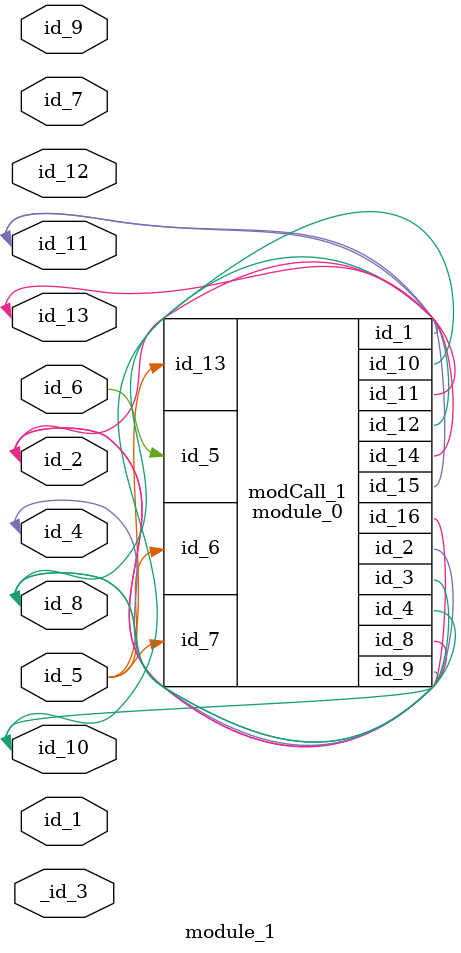
<source format=v>
module module_0 (
    id_1,
    id_2,
    id_3,
    id_4,
    id_5,
    id_6,
    id_7,
    id_8,
    id_9,
    id_10,
    id_11,
    id_12,
    id_13,
    id_14,
    id_15,
    id_16
);
  output wire id_16;
  output wire id_15;
  output wire id_14;
  input wire id_13;
  inout wire id_12;
  output wire id_11;
  inout wire id_10;
  output wire id_9;
  inout wire id_8;
  input wire id_7;
  input wire id_6;
  input wire id_5;
  inout wire id_4;
  output wire id_3;
  output wire id_2;
  inout wire id_1;
endmodule
module module_1 #(
    parameter id_3 = 32'd43
) (
    id_1,
    id_2,
    _id_3,
    id_4,
    id_5,
    id_6,
    id_7,
    id_8,
    id_9,
    id_10,
    id_11,
    id_12,
    id_13
);
  inout wire id_13;
  input wire id_12;
  inout wire id_11;
  inout wire id_10;
  input wire id_9;
  module_0 modCall_1 (
      id_11,
      id_4,
      id_8,
      id_8,
      id_6,
      id_5,
      id_5,
      id_2,
      id_10,
      id_8,
      id_13,
      id_10,
      id_5,
      id_2,
      id_11,
      id_2
  );
  inout wire id_8;
  input wire id_7;
  input wire id_6;
  input wire id_5;
  inout wire id_4;
  inout wire _id_3;
  inout wire id_2;
  input wire id_1;
  wire [id_3  - "" : 1] id_14;
endmodule

</source>
